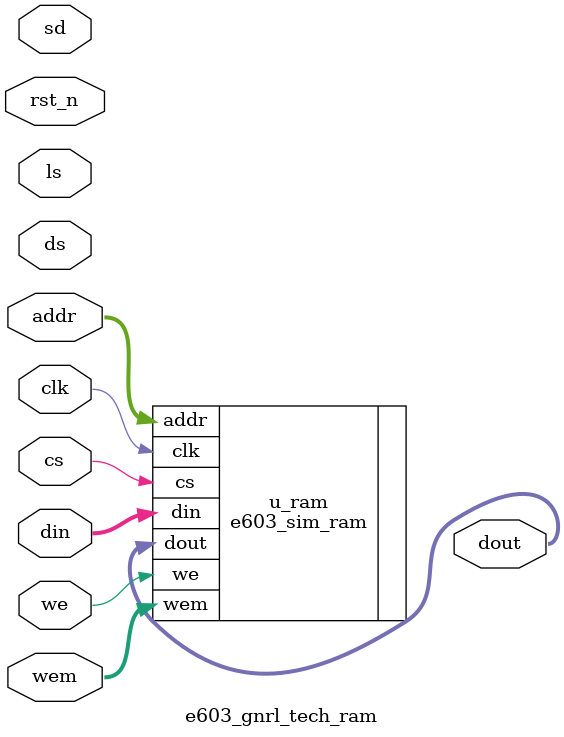
<source format=v>
module e603_gnrl_tech_ram
#(
  parameter DP = 512,      // Depth
  parameter FORCE_X2ZERO=0,// Read data X force to 0
  parameter DW = 32,       // Data width
  parameter MW = 4,        // Mask width
  parameter AW = 32        // Addres width
)
(
  input             sd,    // shutdown mode
  input             ds,    // deep sleep mode
  input             ls,    // light sleep mode

  input             rst_n, // Reset
  input             clk,   // Clock
  input  [DW-1  :0] din,   // sram write data
  input  [AW-1  :0] addr,  // sram access address
  input             cs,    // sram chip select
  input             we,    // write enable
  input  [MW-1:0]   wem,   // write enable(mask)
  output [DW-1:0]   dout   // sram read data
);
  
  // synopsys dc_tcl_script_begin
  //    set xl_ram_cells [get_cells -hier -filter {is_macro_cell == true}]
  //    if {[sizeof_collection $xl_ram_cells] > 0} {
  //        foreach_in_collection xl_ram_macro $xl_ram_cells {
  //            set xl_ram_macro_name [get_attribute [current_design] full_name]/[get_attribute [get_cells $xl_ram_macro] full_name]
  //            puts "XL_INFO: setting cell_is_ram attribute on ram macro cell $xl_ram_macro_name."
  //            set_attribute [get_cells $xl_ram_macro] cell_is_ram true
  //        }
  //    }
  // synopsys dc_tcl_script_end

 // below code should be replaced by tech ram for synthesis

`ifdef TECH_NUCLEI_DUMMY_RAM
    
`ifdef TECH_NUCLEI_DUMMY_RAM_SPLIT
  `include "spram_macros_wrapper_splited.v"
`else
  `include "spram_macros_wrapper.v"
`endif
`else
e603_sim_ram #(
    .FORCE_X2ZERO (FORCE_X2ZERO),
    .DP (DP),
    .AW (AW),
    .MW (MW),
    .DW (DW)
)u_ram (
    .clk   (clk),
    .din   (din),
    .addr  (addr),
    .cs    (cs),
    .we    (we),
    .wem   (wem),
    .dout  (dout)
);
`endif 

endmodule

</source>
